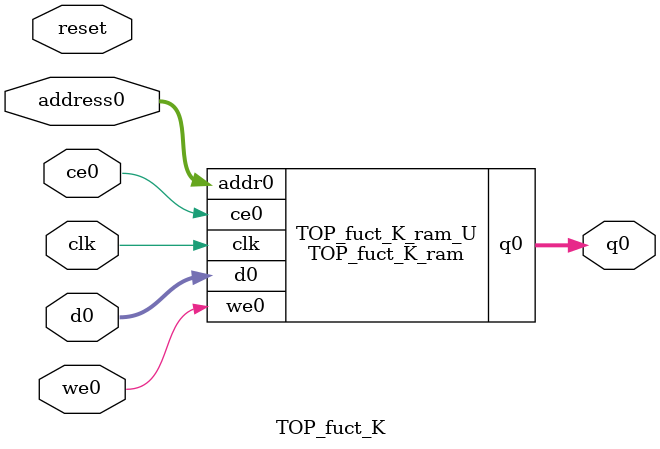
<source format=v>
`timescale 1 ns / 1 ps
module TOP_fuct_K_ram (addr0, ce0, d0, we0, q0,  clk);

parameter DWIDTH = 32;
parameter AWIDTH = 6;
parameter MEM_SIZE = 50;

input[AWIDTH-1:0] addr0;
input ce0;
input[DWIDTH-1:0] d0;
input we0;
output reg[DWIDTH-1:0] q0;
input clk;

(* ram_style = "block" *)reg [DWIDTH-1:0] ram[0:MEM_SIZE-1];




always @(posedge clk)  
begin 
    if (ce0) 
    begin
        if (we0) 
        begin 
            ram[addr0] <= d0; 
        end 
        q0 <= ram[addr0];
    end
end


endmodule

`timescale 1 ns / 1 ps
module TOP_fuct_K(
    reset,
    clk,
    address0,
    ce0,
    we0,
    d0,
    q0);

parameter DataWidth = 32'd32;
parameter AddressRange = 32'd50;
parameter AddressWidth = 32'd6;
input reset;
input clk;
input[AddressWidth - 1:0] address0;
input ce0;
input we0;
input[DataWidth - 1:0] d0;
output[DataWidth - 1:0] q0;



TOP_fuct_K_ram TOP_fuct_K_ram_U(
    .clk( clk ),
    .addr0( address0 ),
    .ce0( ce0 ),
    .we0( we0 ),
    .d0( d0 ),
    .q0( q0 ));

endmodule


</source>
